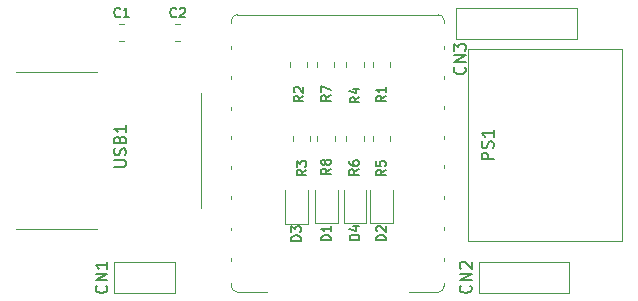
<source format=gbr>
G04 #@! TF.GenerationSoftware,KiCad,Pcbnew,8.0.4*
G04 #@! TF.CreationDate,2024-12-08T01:13:34+02:00*
G04 #@! TF.ProjectId,usb2ps2,75736232-7073-4322-9e6b-696361645f70,1.2*
G04 #@! TF.SameCoordinates,Original*
G04 #@! TF.FileFunction,Legend,Top*
G04 #@! TF.FilePolarity,Positive*
%FSLAX46Y46*%
G04 Gerber Fmt 4.6, Leading zero omitted, Abs format (unit mm)*
G04 Created by KiCad (PCBNEW 8.0.4) date 2024-12-08 01:13:34*
%MOMM*%
%LPD*%
G01*
G04 APERTURE LIST*
%ADD10C,0.150000*%
%ADD11C,0.130000*%
%ADD12C,0.120000*%
%ADD13C,0.100000*%
G04 APERTURE END LIST*
D10*
X136039580Y-82700476D02*
X136087200Y-82748095D01*
X136087200Y-82748095D02*
X136134819Y-82890952D01*
X136134819Y-82890952D02*
X136134819Y-82986190D01*
X136134819Y-82986190D02*
X136087200Y-83129047D01*
X136087200Y-83129047D02*
X135991961Y-83224285D01*
X135991961Y-83224285D02*
X135896723Y-83271904D01*
X135896723Y-83271904D02*
X135706247Y-83319523D01*
X135706247Y-83319523D02*
X135563390Y-83319523D01*
X135563390Y-83319523D02*
X135372914Y-83271904D01*
X135372914Y-83271904D02*
X135277676Y-83224285D01*
X135277676Y-83224285D02*
X135182438Y-83129047D01*
X135182438Y-83129047D02*
X135134819Y-82986190D01*
X135134819Y-82986190D02*
X135134819Y-82890952D01*
X135134819Y-82890952D02*
X135182438Y-82748095D01*
X135182438Y-82748095D02*
X135230057Y-82700476D01*
X136134819Y-82271904D02*
X135134819Y-82271904D01*
X135134819Y-82271904D02*
X136134819Y-81700476D01*
X136134819Y-81700476D02*
X135134819Y-81700476D01*
X135134819Y-81319523D02*
X135134819Y-80700476D01*
X135134819Y-80700476D02*
X135515771Y-81033809D01*
X135515771Y-81033809D02*
X135515771Y-80890952D01*
X135515771Y-80890952D02*
X135563390Y-80795714D01*
X135563390Y-80795714D02*
X135611009Y-80748095D01*
X135611009Y-80748095D02*
X135706247Y-80700476D01*
X135706247Y-80700476D02*
X135944342Y-80700476D01*
X135944342Y-80700476D02*
X136039580Y-80748095D01*
X136039580Y-80748095D02*
X136087200Y-80795714D01*
X136087200Y-80795714D02*
X136134819Y-80890952D01*
X136134819Y-80890952D02*
X136134819Y-81176666D01*
X136134819Y-81176666D02*
X136087200Y-81271904D01*
X136087200Y-81271904D02*
X136039580Y-81319523D01*
X105699580Y-101190476D02*
X105747200Y-101238095D01*
X105747200Y-101238095D02*
X105794819Y-101380952D01*
X105794819Y-101380952D02*
X105794819Y-101476190D01*
X105794819Y-101476190D02*
X105747200Y-101619047D01*
X105747200Y-101619047D02*
X105651961Y-101714285D01*
X105651961Y-101714285D02*
X105556723Y-101761904D01*
X105556723Y-101761904D02*
X105366247Y-101809523D01*
X105366247Y-101809523D02*
X105223390Y-101809523D01*
X105223390Y-101809523D02*
X105032914Y-101761904D01*
X105032914Y-101761904D02*
X104937676Y-101714285D01*
X104937676Y-101714285D02*
X104842438Y-101619047D01*
X104842438Y-101619047D02*
X104794819Y-101476190D01*
X104794819Y-101476190D02*
X104794819Y-101380952D01*
X104794819Y-101380952D02*
X104842438Y-101238095D01*
X104842438Y-101238095D02*
X104890057Y-101190476D01*
X105794819Y-100761904D02*
X104794819Y-100761904D01*
X104794819Y-100761904D02*
X105794819Y-100190476D01*
X105794819Y-100190476D02*
X104794819Y-100190476D01*
X105794819Y-99190476D02*
X105794819Y-99761904D01*
X105794819Y-99476190D02*
X104794819Y-99476190D01*
X104794819Y-99476190D02*
X104937676Y-99571428D01*
X104937676Y-99571428D02*
X105032914Y-99666666D01*
X105032914Y-99666666D02*
X105080533Y-99761904D01*
X136529580Y-101190476D02*
X136577200Y-101238095D01*
X136577200Y-101238095D02*
X136624819Y-101380952D01*
X136624819Y-101380952D02*
X136624819Y-101476190D01*
X136624819Y-101476190D02*
X136577200Y-101619047D01*
X136577200Y-101619047D02*
X136481961Y-101714285D01*
X136481961Y-101714285D02*
X136386723Y-101761904D01*
X136386723Y-101761904D02*
X136196247Y-101809523D01*
X136196247Y-101809523D02*
X136053390Y-101809523D01*
X136053390Y-101809523D02*
X135862914Y-101761904D01*
X135862914Y-101761904D02*
X135767676Y-101714285D01*
X135767676Y-101714285D02*
X135672438Y-101619047D01*
X135672438Y-101619047D02*
X135624819Y-101476190D01*
X135624819Y-101476190D02*
X135624819Y-101380952D01*
X135624819Y-101380952D02*
X135672438Y-101238095D01*
X135672438Y-101238095D02*
X135720057Y-101190476D01*
X136624819Y-100761904D02*
X135624819Y-100761904D01*
X135624819Y-100761904D02*
X136624819Y-100190476D01*
X136624819Y-100190476D02*
X135624819Y-100190476D01*
X135720057Y-99761904D02*
X135672438Y-99714285D01*
X135672438Y-99714285D02*
X135624819Y-99619047D01*
X135624819Y-99619047D02*
X135624819Y-99380952D01*
X135624819Y-99380952D02*
X135672438Y-99285714D01*
X135672438Y-99285714D02*
X135720057Y-99238095D01*
X135720057Y-99238095D02*
X135815295Y-99190476D01*
X135815295Y-99190476D02*
X135910533Y-99190476D01*
X135910533Y-99190476D02*
X136053390Y-99238095D01*
X136053390Y-99238095D02*
X136624819Y-99809523D01*
X136624819Y-99809523D02*
X136624819Y-99190476D01*
X106374819Y-91148094D02*
X107184342Y-91148094D01*
X107184342Y-91148094D02*
X107279580Y-91100475D01*
X107279580Y-91100475D02*
X107327200Y-91052856D01*
X107327200Y-91052856D02*
X107374819Y-90957618D01*
X107374819Y-90957618D02*
X107374819Y-90767142D01*
X107374819Y-90767142D02*
X107327200Y-90671904D01*
X107327200Y-90671904D02*
X107279580Y-90624285D01*
X107279580Y-90624285D02*
X107184342Y-90576666D01*
X107184342Y-90576666D02*
X106374819Y-90576666D01*
X107327200Y-90148094D02*
X107374819Y-90005237D01*
X107374819Y-90005237D02*
X107374819Y-89767142D01*
X107374819Y-89767142D02*
X107327200Y-89671904D01*
X107327200Y-89671904D02*
X107279580Y-89624285D01*
X107279580Y-89624285D02*
X107184342Y-89576666D01*
X107184342Y-89576666D02*
X107089104Y-89576666D01*
X107089104Y-89576666D02*
X106993866Y-89624285D01*
X106993866Y-89624285D02*
X106946247Y-89671904D01*
X106946247Y-89671904D02*
X106898628Y-89767142D01*
X106898628Y-89767142D02*
X106851009Y-89957618D01*
X106851009Y-89957618D02*
X106803390Y-90052856D01*
X106803390Y-90052856D02*
X106755771Y-90100475D01*
X106755771Y-90100475D02*
X106660533Y-90148094D01*
X106660533Y-90148094D02*
X106565295Y-90148094D01*
X106565295Y-90148094D02*
X106470057Y-90100475D01*
X106470057Y-90100475D02*
X106422438Y-90052856D01*
X106422438Y-90052856D02*
X106374819Y-89957618D01*
X106374819Y-89957618D02*
X106374819Y-89719523D01*
X106374819Y-89719523D02*
X106422438Y-89576666D01*
X106851009Y-88814761D02*
X106898628Y-88671904D01*
X106898628Y-88671904D02*
X106946247Y-88624285D01*
X106946247Y-88624285D02*
X107041485Y-88576666D01*
X107041485Y-88576666D02*
X107184342Y-88576666D01*
X107184342Y-88576666D02*
X107279580Y-88624285D01*
X107279580Y-88624285D02*
X107327200Y-88671904D01*
X107327200Y-88671904D02*
X107374819Y-88767142D01*
X107374819Y-88767142D02*
X107374819Y-89148094D01*
X107374819Y-89148094D02*
X106374819Y-89148094D01*
X106374819Y-89148094D02*
X106374819Y-88814761D01*
X106374819Y-88814761D02*
X106422438Y-88719523D01*
X106422438Y-88719523D02*
X106470057Y-88671904D01*
X106470057Y-88671904D02*
X106565295Y-88624285D01*
X106565295Y-88624285D02*
X106660533Y-88624285D01*
X106660533Y-88624285D02*
X106755771Y-88671904D01*
X106755771Y-88671904D02*
X106803390Y-88719523D01*
X106803390Y-88719523D02*
X106851009Y-88814761D01*
X106851009Y-88814761D02*
X106851009Y-89148094D01*
X107374819Y-87624285D02*
X107374819Y-88195713D01*
X107374819Y-87909999D02*
X106374819Y-87909999D01*
X106374819Y-87909999D02*
X106517676Y-88005237D01*
X106517676Y-88005237D02*
X106612914Y-88100475D01*
X106612914Y-88100475D02*
X106660533Y-88195713D01*
D11*
X122613335Y-91383332D02*
X122232382Y-91649999D01*
X122613335Y-91840475D02*
X121813335Y-91840475D01*
X121813335Y-91840475D02*
X121813335Y-91535713D01*
X121813335Y-91535713D02*
X121851430Y-91459523D01*
X121851430Y-91459523D02*
X121889525Y-91421428D01*
X121889525Y-91421428D02*
X121965716Y-91383332D01*
X121965716Y-91383332D02*
X122080001Y-91383332D01*
X122080001Y-91383332D02*
X122156192Y-91421428D01*
X122156192Y-91421428D02*
X122194287Y-91459523D01*
X122194287Y-91459523D02*
X122232382Y-91535713D01*
X122232382Y-91535713D02*
X122232382Y-91840475D01*
X121813335Y-91116666D02*
X121813335Y-90621428D01*
X121813335Y-90621428D02*
X122118097Y-90888094D01*
X122118097Y-90888094D02*
X122118097Y-90773809D01*
X122118097Y-90773809D02*
X122156192Y-90697618D01*
X122156192Y-90697618D02*
X122194287Y-90659523D01*
X122194287Y-90659523D02*
X122270478Y-90621428D01*
X122270478Y-90621428D02*
X122460954Y-90621428D01*
X122460954Y-90621428D02*
X122537144Y-90659523D01*
X122537144Y-90659523D02*
X122575240Y-90697618D01*
X122575240Y-90697618D02*
X122613335Y-90773809D01*
X122613335Y-90773809D02*
X122613335Y-91002380D01*
X122613335Y-91002380D02*
X122575240Y-91078571D01*
X122575240Y-91078571D02*
X122537144Y-91116666D01*
X122363335Y-85133332D02*
X121982382Y-85399999D01*
X122363335Y-85590475D02*
X121563335Y-85590475D01*
X121563335Y-85590475D02*
X121563335Y-85285713D01*
X121563335Y-85285713D02*
X121601430Y-85209523D01*
X121601430Y-85209523D02*
X121639525Y-85171428D01*
X121639525Y-85171428D02*
X121715716Y-85133332D01*
X121715716Y-85133332D02*
X121830001Y-85133332D01*
X121830001Y-85133332D02*
X121906192Y-85171428D01*
X121906192Y-85171428D02*
X121944287Y-85209523D01*
X121944287Y-85209523D02*
X121982382Y-85285713D01*
X121982382Y-85285713D02*
X121982382Y-85590475D01*
X121639525Y-84828571D02*
X121601430Y-84790475D01*
X121601430Y-84790475D02*
X121563335Y-84714285D01*
X121563335Y-84714285D02*
X121563335Y-84523809D01*
X121563335Y-84523809D02*
X121601430Y-84447618D01*
X121601430Y-84447618D02*
X121639525Y-84409523D01*
X121639525Y-84409523D02*
X121715716Y-84371428D01*
X121715716Y-84371428D02*
X121791906Y-84371428D01*
X121791906Y-84371428D02*
X121906192Y-84409523D01*
X121906192Y-84409523D02*
X122363335Y-84866666D01*
X122363335Y-84866666D02*
X122363335Y-84371428D01*
X129363335Y-85133332D02*
X128982382Y-85399999D01*
X129363335Y-85590475D02*
X128563335Y-85590475D01*
X128563335Y-85590475D02*
X128563335Y-85285713D01*
X128563335Y-85285713D02*
X128601430Y-85209523D01*
X128601430Y-85209523D02*
X128639525Y-85171428D01*
X128639525Y-85171428D02*
X128715716Y-85133332D01*
X128715716Y-85133332D02*
X128830001Y-85133332D01*
X128830001Y-85133332D02*
X128906192Y-85171428D01*
X128906192Y-85171428D02*
X128944287Y-85209523D01*
X128944287Y-85209523D02*
X128982382Y-85285713D01*
X128982382Y-85285713D02*
X128982382Y-85590475D01*
X129363335Y-84371428D02*
X129363335Y-84828571D01*
X129363335Y-84599999D02*
X128563335Y-84599999D01*
X128563335Y-84599999D02*
X128677620Y-84676190D01*
X128677620Y-84676190D02*
X128753811Y-84752380D01*
X128753811Y-84752380D02*
X128791906Y-84828571D01*
X111616667Y-78387144D02*
X111578571Y-78425240D01*
X111578571Y-78425240D02*
X111464286Y-78463335D01*
X111464286Y-78463335D02*
X111388095Y-78463335D01*
X111388095Y-78463335D02*
X111273809Y-78425240D01*
X111273809Y-78425240D02*
X111197619Y-78349049D01*
X111197619Y-78349049D02*
X111159524Y-78272859D01*
X111159524Y-78272859D02*
X111121428Y-78120478D01*
X111121428Y-78120478D02*
X111121428Y-78006192D01*
X111121428Y-78006192D02*
X111159524Y-77853811D01*
X111159524Y-77853811D02*
X111197619Y-77777620D01*
X111197619Y-77777620D02*
X111273809Y-77701430D01*
X111273809Y-77701430D02*
X111388095Y-77663335D01*
X111388095Y-77663335D02*
X111464286Y-77663335D01*
X111464286Y-77663335D02*
X111578571Y-77701430D01*
X111578571Y-77701430D02*
X111616667Y-77739525D01*
X111921428Y-77739525D02*
X111959524Y-77701430D01*
X111959524Y-77701430D02*
X112035714Y-77663335D01*
X112035714Y-77663335D02*
X112226190Y-77663335D01*
X112226190Y-77663335D02*
X112302381Y-77701430D01*
X112302381Y-77701430D02*
X112340476Y-77739525D01*
X112340476Y-77739525D02*
X112378571Y-77815716D01*
X112378571Y-77815716D02*
X112378571Y-77891906D01*
X112378571Y-77891906D02*
X112340476Y-78006192D01*
X112340476Y-78006192D02*
X111883333Y-78463335D01*
X111883333Y-78463335D02*
X112378571Y-78463335D01*
X106866667Y-78387144D02*
X106828571Y-78425240D01*
X106828571Y-78425240D02*
X106714286Y-78463335D01*
X106714286Y-78463335D02*
X106638095Y-78463335D01*
X106638095Y-78463335D02*
X106523809Y-78425240D01*
X106523809Y-78425240D02*
X106447619Y-78349049D01*
X106447619Y-78349049D02*
X106409524Y-78272859D01*
X106409524Y-78272859D02*
X106371428Y-78120478D01*
X106371428Y-78120478D02*
X106371428Y-78006192D01*
X106371428Y-78006192D02*
X106409524Y-77853811D01*
X106409524Y-77853811D02*
X106447619Y-77777620D01*
X106447619Y-77777620D02*
X106523809Y-77701430D01*
X106523809Y-77701430D02*
X106638095Y-77663335D01*
X106638095Y-77663335D02*
X106714286Y-77663335D01*
X106714286Y-77663335D02*
X106828571Y-77701430D01*
X106828571Y-77701430D02*
X106866667Y-77739525D01*
X107628571Y-78463335D02*
X107171428Y-78463335D01*
X107400000Y-78463335D02*
X107400000Y-77663335D01*
X107400000Y-77663335D02*
X107323809Y-77777620D01*
X107323809Y-77777620D02*
X107247619Y-77853811D01*
X107247619Y-77853811D02*
X107171428Y-77891906D01*
X124713335Y-91283332D02*
X124332382Y-91549999D01*
X124713335Y-91740475D02*
X123913335Y-91740475D01*
X123913335Y-91740475D02*
X123913335Y-91435713D01*
X123913335Y-91435713D02*
X123951430Y-91359523D01*
X123951430Y-91359523D02*
X123989525Y-91321428D01*
X123989525Y-91321428D02*
X124065716Y-91283332D01*
X124065716Y-91283332D02*
X124180001Y-91283332D01*
X124180001Y-91283332D02*
X124256192Y-91321428D01*
X124256192Y-91321428D02*
X124294287Y-91359523D01*
X124294287Y-91359523D02*
X124332382Y-91435713D01*
X124332382Y-91435713D02*
X124332382Y-91740475D01*
X124256192Y-90826190D02*
X124218097Y-90902380D01*
X124218097Y-90902380D02*
X124180001Y-90940475D01*
X124180001Y-90940475D02*
X124103811Y-90978571D01*
X124103811Y-90978571D02*
X124065716Y-90978571D01*
X124065716Y-90978571D02*
X123989525Y-90940475D01*
X123989525Y-90940475D02*
X123951430Y-90902380D01*
X123951430Y-90902380D02*
X123913335Y-90826190D01*
X123913335Y-90826190D02*
X123913335Y-90673809D01*
X123913335Y-90673809D02*
X123951430Y-90597618D01*
X123951430Y-90597618D02*
X123989525Y-90559523D01*
X123989525Y-90559523D02*
X124065716Y-90521428D01*
X124065716Y-90521428D02*
X124103811Y-90521428D01*
X124103811Y-90521428D02*
X124180001Y-90559523D01*
X124180001Y-90559523D02*
X124218097Y-90597618D01*
X124218097Y-90597618D02*
X124256192Y-90673809D01*
X124256192Y-90673809D02*
X124256192Y-90826190D01*
X124256192Y-90826190D02*
X124294287Y-90902380D01*
X124294287Y-90902380D02*
X124332382Y-90940475D01*
X124332382Y-90940475D02*
X124408573Y-90978571D01*
X124408573Y-90978571D02*
X124560954Y-90978571D01*
X124560954Y-90978571D02*
X124637144Y-90940475D01*
X124637144Y-90940475D02*
X124675240Y-90902380D01*
X124675240Y-90902380D02*
X124713335Y-90826190D01*
X124713335Y-90826190D02*
X124713335Y-90673809D01*
X124713335Y-90673809D02*
X124675240Y-90597618D01*
X124675240Y-90597618D02*
X124637144Y-90559523D01*
X124637144Y-90559523D02*
X124560954Y-90521428D01*
X124560954Y-90521428D02*
X124408573Y-90521428D01*
X124408573Y-90521428D02*
X124332382Y-90559523D01*
X124332382Y-90559523D02*
X124294287Y-90597618D01*
X124294287Y-90597618D02*
X124256192Y-90673809D01*
X127063335Y-91333332D02*
X126682382Y-91599999D01*
X127063335Y-91790475D02*
X126263335Y-91790475D01*
X126263335Y-91790475D02*
X126263335Y-91485713D01*
X126263335Y-91485713D02*
X126301430Y-91409523D01*
X126301430Y-91409523D02*
X126339525Y-91371428D01*
X126339525Y-91371428D02*
X126415716Y-91333332D01*
X126415716Y-91333332D02*
X126530001Y-91333332D01*
X126530001Y-91333332D02*
X126606192Y-91371428D01*
X126606192Y-91371428D02*
X126644287Y-91409523D01*
X126644287Y-91409523D02*
X126682382Y-91485713D01*
X126682382Y-91485713D02*
X126682382Y-91790475D01*
X126263335Y-90647618D02*
X126263335Y-90799999D01*
X126263335Y-90799999D02*
X126301430Y-90876190D01*
X126301430Y-90876190D02*
X126339525Y-90914285D01*
X126339525Y-90914285D02*
X126453811Y-90990475D01*
X126453811Y-90990475D02*
X126606192Y-91028571D01*
X126606192Y-91028571D02*
X126910954Y-91028571D01*
X126910954Y-91028571D02*
X126987144Y-90990475D01*
X126987144Y-90990475D02*
X127025240Y-90952380D01*
X127025240Y-90952380D02*
X127063335Y-90876190D01*
X127063335Y-90876190D02*
X127063335Y-90723809D01*
X127063335Y-90723809D02*
X127025240Y-90647618D01*
X127025240Y-90647618D02*
X126987144Y-90609523D01*
X126987144Y-90609523D02*
X126910954Y-90571428D01*
X126910954Y-90571428D02*
X126720478Y-90571428D01*
X126720478Y-90571428D02*
X126644287Y-90609523D01*
X126644287Y-90609523D02*
X126606192Y-90647618D01*
X126606192Y-90647618D02*
X126568097Y-90723809D01*
X126568097Y-90723809D02*
X126568097Y-90876190D01*
X126568097Y-90876190D02*
X126606192Y-90952380D01*
X126606192Y-90952380D02*
X126644287Y-90990475D01*
X126644287Y-90990475D02*
X126720478Y-91028571D01*
D10*
X138494819Y-90504285D02*
X137494819Y-90504285D01*
X137494819Y-90504285D02*
X137494819Y-90123333D01*
X137494819Y-90123333D02*
X137542438Y-90028095D01*
X137542438Y-90028095D02*
X137590057Y-89980476D01*
X137590057Y-89980476D02*
X137685295Y-89932857D01*
X137685295Y-89932857D02*
X137828152Y-89932857D01*
X137828152Y-89932857D02*
X137923390Y-89980476D01*
X137923390Y-89980476D02*
X137971009Y-90028095D01*
X137971009Y-90028095D02*
X138018628Y-90123333D01*
X138018628Y-90123333D02*
X138018628Y-90504285D01*
X138447200Y-89551904D02*
X138494819Y-89409047D01*
X138494819Y-89409047D02*
X138494819Y-89170952D01*
X138494819Y-89170952D02*
X138447200Y-89075714D01*
X138447200Y-89075714D02*
X138399580Y-89028095D01*
X138399580Y-89028095D02*
X138304342Y-88980476D01*
X138304342Y-88980476D02*
X138209104Y-88980476D01*
X138209104Y-88980476D02*
X138113866Y-89028095D01*
X138113866Y-89028095D02*
X138066247Y-89075714D01*
X138066247Y-89075714D02*
X138018628Y-89170952D01*
X138018628Y-89170952D02*
X137971009Y-89361428D01*
X137971009Y-89361428D02*
X137923390Y-89456666D01*
X137923390Y-89456666D02*
X137875771Y-89504285D01*
X137875771Y-89504285D02*
X137780533Y-89551904D01*
X137780533Y-89551904D02*
X137685295Y-89551904D01*
X137685295Y-89551904D02*
X137590057Y-89504285D01*
X137590057Y-89504285D02*
X137542438Y-89456666D01*
X137542438Y-89456666D02*
X137494819Y-89361428D01*
X137494819Y-89361428D02*
X137494819Y-89123333D01*
X137494819Y-89123333D02*
X137542438Y-88980476D01*
X138494819Y-88028095D02*
X138494819Y-88599523D01*
X138494819Y-88313809D02*
X137494819Y-88313809D01*
X137494819Y-88313809D02*
X137637676Y-88409047D01*
X137637676Y-88409047D02*
X137732914Y-88504285D01*
X137732914Y-88504285D02*
X137780533Y-88599523D01*
D11*
X129363335Y-91383332D02*
X128982382Y-91649999D01*
X129363335Y-91840475D02*
X128563335Y-91840475D01*
X128563335Y-91840475D02*
X128563335Y-91535713D01*
X128563335Y-91535713D02*
X128601430Y-91459523D01*
X128601430Y-91459523D02*
X128639525Y-91421428D01*
X128639525Y-91421428D02*
X128715716Y-91383332D01*
X128715716Y-91383332D02*
X128830001Y-91383332D01*
X128830001Y-91383332D02*
X128906192Y-91421428D01*
X128906192Y-91421428D02*
X128944287Y-91459523D01*
X128944287Y-91459523D02*
X128982382Y-91535713D01*
X128982382Y-91535713D02*
X128982382Y-91840475D01*
X128563335Y-90659523D02*
X128563335Y-91040475D01*
X128563335Y-91040475D02*
X128944287Y-91078571D01*
X128944287Y-91078571D02*
X128906192Y-91040475D01*
X128906192Y-91040475D02*
X128868097Y-90964285D01*
X128868097Y-90964285D02*
X128868097Y-90773809D01*
X128868097Y-90773809D02*
X128906192Y-90697618D01*
X128906192Y-90697618D02*
X128944287Y-90659523D01*
X128944287Y-90659523D02*
X129020478Y-90621428D01*
X129020478Y-90621428D02*
X129210954Y-90621428D01*
X129210954Y-90621428D02*
X129287144Y-90659523D01*
X129287144Y-90659523D02*
X129325240Y-90697618D01*
X129325240Y-90697618D02*
X129363335Y-90773809D01*
X129363335Y-90773809D02*
X129363335Y-90964285D01*
X129363335Y-90964285D02*
X129325240Y-91040475D01*
X129325240Y-91040475D02*
X129287144Y-91078571D01*
X124713335Y-85083332D02*
X124332382Y-85349999D01*
X124713335Y-85540475D02*
X123913335Y-85540475D01*
X123913335Y-85540475D02*
X123913335Y-85235713D01*
X123913335Y-85235713D02*
X123951430Y-85159523D01*
X123951430Y-85159523D02*
X123989525Y-85121428D01*
X123989525Y-85121428D02*
X124065716Y-85083332D01*
X124065716Y-85083332D02*
X124180001Y-85083332D01*
X124180001Y-85083332D02*
X124256192Y-85121428D01*
X124256192Y-85121428D02*
X124294287Y-85159523D01*
X124294287Y-85159523D02*
X124332382Y-85235713D01*
X124332382Y-85235713D02*
X124332382Y-85540475D01*
X123913335Y-84816666D02*
X123913335Y-84283332D01*
X123913335Y-84283332D02*
X124713335Y-84626190D01*
X127113335Y-85233332D02*
X126732382Y-85499999D01*
X127113335Y-85690475D02*
X126313335Y-85690475D01*
X126313335Y-85690475D02*
X126313335Y-85385713D01*
X126313335Y-85385713D02*
X126351430Y-85309523D01*
X126351430Y-85309523D02*
X126389525Y-85271428D01*
X126389525Y-85271428D02*
X126465716Y-85233332D01*
X126465716Y-85233332D02*
X126580001Y-85233332D01*
X126580001Y-85233332D02*
X126656192Y-85271428D01*
X126656192Y-85271428D02*
X126694287Y-85309523D01*
X126694287Y-85309523D02*
X126732382Y-85385713D01*
X126732382Y-85385713D02*
X126732382Y-85690475D01*
X126580001Y-84547618D02*
X127113335Y-84547618D01*
X126275240Y-84738094D02*
X126846668Y-84928571D01*
X126846668Y-84928571D02*
X126846668Y-84433332D01*
X122163335Y-97390475D02*
X121363335Y-97390475D01*
X121363335Y-97390475D02*
X121363335Y-97199999D01*
X121363335Y-97199999D02*
X121401430Y-97085713D01*
X121401430Y-97085713D02*
X121477620Y-97009523D01*
X121477620Y-97009523D02*
X121553811Y-96971428D01*
X121553811Y-96971428D02*
X121706192Y-96933332D01*
X121706192Y-96933332D02*
X121820478Y-96933332D01*
X121820478Y-96933332D02*
X121972859Y-96971428D01*
X121972859Y-96971428D02*
X122049049Y-97009523D01*
X122049049Y-97009523D02*
X122125240Y-97085713D01*
X122125240Y-97085713D02*
X122163335Y-97199999D01*
X122163335Y-97199999D02*
X122163335Y-97390475D01*
X121363335Y-96666666D02*
X121363335Y-96171428D01*
X121363335Y-96171428D02*
X121668097Y-96438094D01*
X121668097Y-96438094D02*
X121668097Y-96323809D01*
X121668097Y-96323809D02*
X121706192Y-96247618D01*
X121706192Y-96247618D02*
X121744287Y-96209523D01*
X121744287Y-96209523D02*
X121820478Y-96171428D01*
X121820478Y-96171428D02*
X122010954Y-96171428D01*
X122010954Y-96171428D02*
X122087144Y-96209523D01*
X122087144Y-96209523D02*
X122125240Y-96247618D01*
X122125240Y-96247618D02*
X122163335Y-96323809D01*
X122163335Y-96323809D02*
X122163335Y-96552380D01*
X122163335Y-96552380D02*
X122125240Y-96628571D01*
X122125240Y-96628571D02*
X122087144Y-96666666D01*
X129363335Y-97365475D02*
X128563335Y-97365475D01*
X128563335Y-97365475D02*
X128563335Y-97174999D01*
X128563335Y-97174999D02*
X128601430Y-97060713D01*
X128601430Y-97060713D02*
X128677620Y-96984523D01*
X128677620Y-96984523D02*
X128753811Y-96946428D01*
X128753811Y-96946428D02*
X128906192Y-96908332D01*
X128906192Y-96908332D02*
X129020478Y-96908332D01*
X129020478Y-96908332D02*
X129172859Y-96946428D01*
X129172859Y-96946428D02*
X129249049Y-96984523D01*
X129249049Y-96984523D02*
X129325240Y-97060713D01*
X129325240Y-97060713D02*
X129363335Y-97174999D01*
X129363335Y-97174999D02*
X129363335Y-97365475D01*
X128639525Y-96603571D02*
X128601430Y-96565475D01*
X128601430Y-96565475D02*
X128563335Y-96489285D01*
X128563335Y-96489285D02*
X128563335Y-96298809D01*
X128563335Y-96298809D02*
X128601430Y-96222618D01*
X128601430Y-96222618D02*
X128639525Y-96184523D01*
X128639525Y-96184523D02*
X128715716Y-96146428D01*
X128715716Y-96146428D02*
X128791906Y-96146428D01*
X128791906Y-96146428D02*
X128906192Y-96184523D01*
X128906192Y-96184523D02*
X129363335Y-96641666D01*
X129363335Y-96641666D02*
X129363335Y-96146428D01*
X124713335Y-97365475D02*
X123913335Y-97365475D01*
X123913335Y-97365475D02*
X123913335Y-97174999D01*
X123913335Y-97174999D02*
X123951430Y-97060713D01*
X123951430Y-97060713D02*
X124027620Y-96984523D01*
X124027620Y-96984523D02*
X124103811Y-96946428D01*
X124103811Y-96946428D02*
X124256192Y-96908332D01*
X124256192Y-96908332D02*
X124370478Y-96908332D01*
X124370478Y-96908332D02*
X124522859Y-96946428D01*
X124522859Y-96946428D02*
X124599049Y-96984523D01*
X124599049Y-96984523D02*
X124675240Y-97060713D01*
X124675240Y-97060713D02*
X124713335Y-97174999D01*
X124713335Y-97174999D02*
X124713335Y-97365475D01*
X124713335Y-96146428D02*
X124713335Y-96603571D01*
X124713335Y-96374999D02*
X123913335Y-96374999D01*
X123913335Y-96374999D02*
X124027620Y-96451190D01*
X124027620Y-96451190D02*
X124103811Y-96527380D01*
X124103811Y-96527380D02*
X124141906Y-96603571D01*
X127103335Y-97330475D02*
X126303335Y-97330475D01*
X126303335Y-97330475D02*
X126303335Y-97139999D01*
X126303335Y-97139999D02*
X126341430Y-97025713D01*
X126341430Y-97025713D02*
X126417620Y-96949523D01*
X126417620Y-96949523D02*
X126493811Y-96911428D01*
X126493811Y-96911428D02*
X126646192Y-96873332D01*
X126646192Y-96873332D02*
X126760478Y-96873332D01*
X126760478Y-96873332D02*
X126912859Y-96911428D01*
X126912859Y-96911428D02*
X126989049Y-96949523D01*
X126989049Y-96949523D02*
X127065240Y-97025713D01*
X127065240Y-97025713D02*
X127103335Y-97139999D01*
X127103335Y-97139999D02*
X127103335Y-97330475D01*
X126570001Y-96187618D02*
X127103335Y-96187618D01*
X126265240Y-96378094D02*
X126836668Y-96568571D01*
X126836668Y-96568571D02*
X126836668Y-96073332D01*
D12*
X145580000Y-77670000D02*
X135300000Y-77670000D01*
X145580000Y-77670000D02*
X145580000Y-80340917D01*
X135300000Y-77670000D02*
X135300000Y-80330000D01*
X145580000Y-80340917D02*
X135299995Y-80340000D01*
X106340000Y-101830000D02*
X106340000Y-99169831D01*
X108940000Y-101830000D02*
X106340000Y-101830000D01*
X108940000Y-101830000D02*
X111540000Y-101830000D01*
X111540000Y-101830000D02*
X111540000Y-99170000D01*
X106340000Y-99169831D02*
X111540000Y-99170000D01*
X137250000Y-101830000D02*
X144910000Y-101830000D01*
X137250000Y-101830000D02*
X137250000Y-99170000D01*
X144910000Y-101830000D02*
X144910000Y-99170000D01*
X137250000Y-99170000D02*
X144910000Y-99170000D01*
X98050000Y-96380000D02*
X104900000Y-96380000D01*
X104900000Y-83120000D02*
X98050000Y-83120000D01*
X113700000Y-94650000D02*
X113700000Y-84850000D01*
X121515000Y-88977064D02*
X121515000Y-88522936D01*
X122985000Y-88977064D02*
X122985000Y-88522936D01*
X122735000Y-82272936D02*
X122735000Y-82727064D01*
X121265000Y-82272936D02*
X121265000Y-82727064D01*
X128265000Y-82727064D02*
X128265000Y-82272936D01*
X129735000Y-82727064D02*
X129735000Y-82272936D01*
X111522936Y-79015000D02*
X111977064Y-79015000D01*
X111522936Y-80485000D02*
X111977064Y-80485000D01*
X106772936Y-79015000D02*
X107227064Y-79015000D01*
X106772936Y-80485000D02*
X107227064Y-80485000D01*
D13*
X116300000Y-78750000D02*
X116300000Y-79000000D01*
X116300000Y-80950000D02*
X116300000Y-81200000D01*
X116300000Y-83475000D02*
X116300000Y-83725000D01*
X116300000Y-86050000D02*
X116300000Y-86300000D01*
X116300000Y-88525000D02*
X116300000Y-88775000D01*
X116300000Y-91050000D02*
X116300000Y-91300000D01*
X116300000Y-93625000D02*
X116300000Y-93875000D01*
X116300000Y-96275000D02*
X116300000Y-96525000D01*
X116300000Y-98850000D02*
X116300000Y-99100000D01*
X116300000Y-101250000D02*
X116300000Y-101000000D01*
X116800000Y-78250000D02*
X133800000Y-78250000D01*
X116800000Y-101750000D02*
X119300000Y-101750000D01*
X133800000Y-101750000D02*
X131300000Y-101750000D01*
X134300000Y-78750000D02*
X134300000Y-79000000D01*
X134300000Y-80925000D02*
X134300000Y-81175000D01*
X134300000Y-83450000D02*
X134300000Y-83700000D01*
X134300000Y-86025000D02*
X134300000Y-86275000D01*
X134300000Y-88500000D02*
X134300000Y-88750000D01*
X134300000Y-91025000D02*
X134300000Y-91275000D01*
X134300000Y-93600000D02*
X134300000Y-93850000D01*
X134300000Y-96250000D02*
X134300000Y-96500000D01*
X134300000Y-98825000D02*
X134300000Y-99075000D01*
X134300000Y-101250000D02*
X134300000Y-101000000D01*
X116300000Y-78750000D02*
G75*
G02*
X116800000Y-78250000I500001J-1D01*
G01*
X116800000Y-101750000D02*
G75*
G02*
X116300000Y-101250000I1J500001D01*
G01*
X133800000Y-78250000D02*
G75*
G02*
X134300000Y-78750000I0J-500000D01*
G01*
X134300000Y-101250000D02*
G75*
G02*
X133800000Y-101750000I-500000J0D01*
G01*
D12*
X123565000Y-88522936D02*
X123565000Y-88977064D01*
X125035000Y-88522936D02*
X125035000Y-88977064D01*
X126015000Y-88522936D02*
X126015000Y-88977064D01*
X127485000Y-88522936D02*
X127485000Y-88977064D01*
X136350000Y-81200000D02*
X149350000Y-81200000D01*
X136350000Y-97400000D02*
X136350000Y-81200000D01*
X136350000Y-97400000D02*
X149350000Y-97400000D01*
X149350000Y-97400000D02*
X149350000Y-81200000D01*
X129735000Y-88977064D02*
X129735000Y-88522936D01*
X128265000Y-88977064D02*
X128265000Y-88522936D01*
X123515000Y-82727064D02*
X123515000Y-82272936D01*
X124985000Y-82727064D02*
X124985000Y-82272936D01*
X126015000Y-82272936D02*
X126015000Y-82727064D01*
X127485000Y-82272936D02*
X127485000Y-82727064D01*
X120840000Y-95960000D02*
X122760000Y-95960000D01*
X122760000Y-95960000D02*
X122760000Y-93100000D01*
X120840000Y-93100000D02*
X120840000Y-95960000D01*
X128040000Y-95935000D02*
X129960000Y-95935000D01*
X129960000Y-95935000D02*
X129960000Y-93075000D01*
X128040000Y-93075000D02*
X128040000Y-95935000D01*
X123390000Y-95935000D02*
X125310000Y-95935000D01*
X125310000Y-95935000D02*
X125310000Y-93075000D01*
X123390000Y-93075000D02*
X123390000Y-95935000D01*
X125790000Y-93075000D02*
X125790000Y-95935000D01*
X127710000Y-95935000D02*
X127710000Y-93075000D01*
X125790000Y-95935000D02*
X127710000Y-95935000D01*
M02*

</source>
